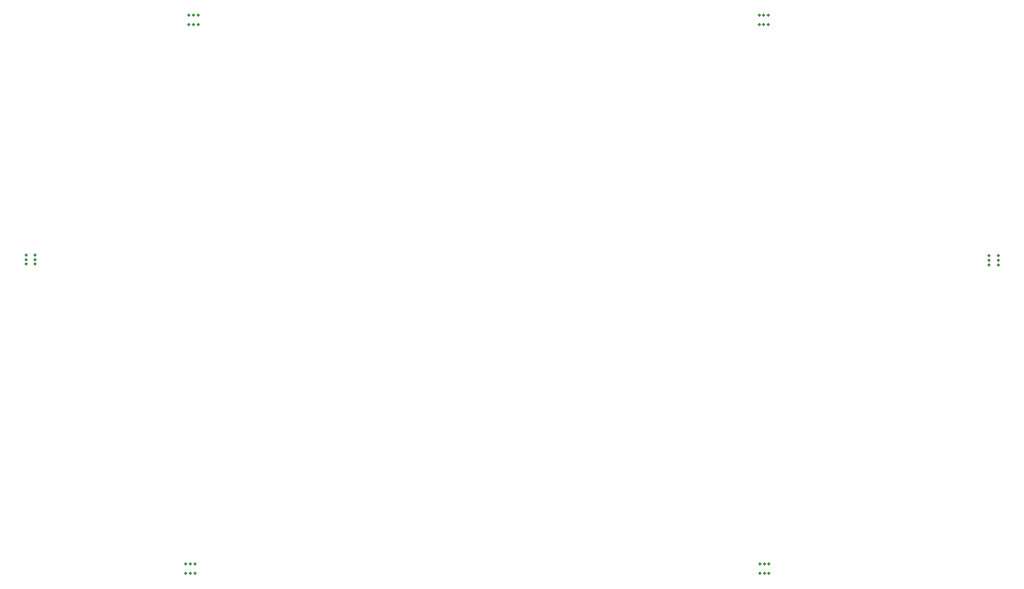
<source format=gts>
G04 #@! TF.GenerationSoftware,KiCad,Pcbnew,(6.0.0)*
G04 #@! TF.CreationDate,2022-08-19T12:31:47+02:00*
G04 #@! TF.ProjectId,Block Schematic Munin 400,426c6f63-6b20-4536-9368-656d61746963,rev?*
G04 #@! TF.SameCoordinates,Original*
G04 #@! TF.FileFunction,Soldermask,Top*
G04 #@! TF.FilePolarity,Negative*
%FSLAX46Y46*%
G04 Gerber Fmt 4.6, Leading zero omitted, Abs format (unit mm)*
G04 Created by KiCad (PCBNEW (6.0.0)) date 2022-08-19 12:31:47*
%MOMM*%
%LPD*%
G01*
G04 APERTURE LIST*
%ADD10C,0.500000*%
G04 APERTURE END LIST*
D10*
X195700000Y-127450000D03*
X194950000Y-125950000D03*
X196450000Y-125950000D03*
X196450000Y-127450000D03*
X194950000Y-127450000D03*
X195700000Y-125950000D03*
X232050000Y-75950000D03*
X233550000Y-75950000D03*
X233550000Y-77450000D03*
X233550000Y-76700000D03*
X232050000Y-76700000D03*
X232050000Y-77450000D03*
X76150000Y-77350000D03*
X77650000Y-75850000D03*
X77650000Y-77350000D03*
X76150000Y-75850000D03*
X76150000Y-76600000D03*
X77650000Y-76600000D03*
X104050000Y-37050000D03*
X104050000Y-38550000D03*
X102550000Y-37050000D03*
X103300000Y-38550000D03*
X103300000Y-37050000D03*
X102550000Y-38550000D03*
X195600000Y-38550000D03*
X195600000Y-37050000D03*
X194850000Y-37050000D03*
X194850000Y-38550000D03*
X196350000Y-38550000D03*
X196350000Y-37050000D03*
X103550000Y-127450000D03*
X102050000Y-125950000D03*
X102050000Y-127450000D03*
X103550000Y-125950000D03*
X102800000Y-127450000D03*
X102800000Y-125950000D03*
M02*

</source>
